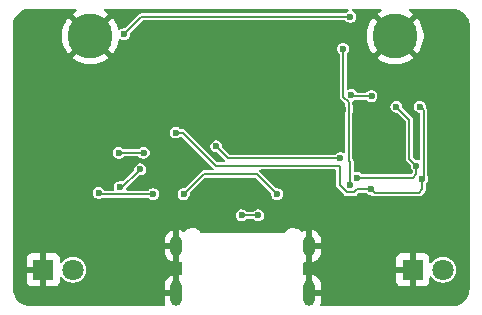
<source format=gbr>
%TF.GenerationSoftware,KiCad,Pcbnew,9.0.3*%
%TF.CreationDate,2025-07-29T21:31:59-06:00*%
%TF.ProjectId,AIOMeltyV3,41494f4d-656c-4747-9956-332e6b696361,rev?*%
%TF.SameCoordinates,Original*%
%TF.FileFunction,Copper,L2,Bot*%
%TF.FilePolarity,Positive*%
%FSLAX46Y46*%
G04 Gerber Fmt 4.6, Leading zero omitted, Abs format (unit mm)*
G04 Created by KiCad (PCBNEW 9.0.3) date 2025-07-29 21:31:59*
%MOMM*%
%LPD*%
G01*
G04 APERTURE LIST*
%TA.AperFunction,ComponentPad*%
%ADD10C,2.600000*%
%TD*%
%TA.AperFunction,ConnectorPad*%
%ADD11C,3.800000*%
%TD*%
%TA.AperFunction,ComponentPad*%
%ADD12R,1.800000X1.800000*%
%TD*%
%TA.AperFunction,ComponentPad*%
%ADD13C,1.800000*%
%TD*%
%TA.AperFunction,ComponentPad*%
%ADD14O,1.000000X2.200000*%
%TD*%
%TA.AperFunction,ComponentPad*%
%ADD15O,1.000000X1.800000*%
%TD*%
%TA.AperFunction,ViaPad*%
%ADD16C,0.600000*%
%TD*%
%TA.AperFunction,Conductor*%
%ADD17C,0.200000*%
%TD*%
G04 APERTURE END LIST*
D10*
%TO.P,REF\u002A\u002A,1*%
%TO.N,N/C*%
X166150000Y-92650000D03*
D11*
%TO.N,GND*%
X166150000Y-92650000D03*
%TD*%
D12*
%TO.P,D2,1,K*%
%TO.N,GND*%
X167650000Y-112450000D03*
D13*
%TO.P,D2,2,A*%
%TO.N,Net-(D2-A)*%
X170190000Y-112450000D03*
%TD*%
D12*
%TO.P,D1,1,K*%
%TO.N,GND*%
X136350000Y-112450000D03*
D13*
%TO.P,D1,2,A*%
%TO.N,Net-(D1-A)*%
X138890000Y-112450000D03*
%TD*%
D10*
%TO.P,REF\u002A\u002A,1*%
%TO.N,N/C*%
X140350000Y-92650000D03*
D11*
%TO.N,GND*%
X140350000Y-92650000D03*
%TD*%
D14*
%TO.P,J1,SH1,SHELL_GND*%
%TO.N,GND*%
X147630000Y-114437500D03*
D15*
%TO.P,J1,SH2,SHELL_GND*%
X158870000Y-110437500D03*
%TO.P,J1,SH3,SHELL_GND*%
X147630000Y-110437500D03*
D14*
%TO.P,J1,SH4,SHELL_GND*%
X158870000Y-114437500D03*
%TD*%
D16*
%TO.N,GND*%
X137000000Y-104000000D03*
X170150000Y-92050000D03*
%TO.N,+3V3*%
X143200000Y-92500000D03*
X162350000Y-91050000D03*
%TO.N,GND*%
X157000000Y-97500000D03*
X159000000Y-108500000D03*
X164500000Y-107000000D03*
X149350000Y-94050000D03*
X136050000Y-104350000D03*
X165650000Y-98050000D03*
X144500000Y-108500000D03*
X169850000Y-95350000D03*
X141000000Y-96000000D03*
X165150000Y-95550000D03*
X144950735Y-93149265D03*
X154000000Y-102000000D03*
X165050000Y-103050000D03*
X157750000Y-107750000D03*
X162500000Y-111500000D03*
X138000000Y-95000000D03*
X136950000Y-100350000D03*
X147350000Y-108550000D03*
X139000000Y-101500000D03*
X148950000Y-108250000D03*
X164000000Y-96000000D03*
X139650000Y-95350000D03*
X148000000Y-96500000D03*
X158500000Y-94500000D03*
X141950000Y-99350000D03*
X158500000Y-101000000D03*
X170650000Y-108050000D03*
X140950000Y-112250000D03*
X161650000Y-98850000D03*
X165500000Y-115000000D03*
X145000000Y-113000000D03*
X162000000Y-113000000D03*
X147500000Y-94500000D03*
X157500000Y-102000000D03*
X150750000Y-100450000D03*
X160050000Y-112150000D03*
X136350000Y-92550000D03*
X142850000Y-91650000D03*
X146650000Y-112050000D03*
X168350000Y-108050000D03*
X164000000Y-113000000D03*
X151000000Y-107000000D03*
X158350000Y-92550000D03*
X161250000Y-107250000D03*
X135500000Y-101000000D03*
X168000000Y-109000000D03*
X135000000Y-95500000D03*
X171500000Y-114000000D03*
X168650000Y-114950000D03*
X155750000Y-100450000D03*
X139500000Y-96500000D03*
X143500000Y-109500000D03*
X144750000Y-105150000D03*
X169400000Y-99400000D03*
X163250000Y-100250000D03*
X167500000Y-96000000D03*
X142500000Y-108500000D03*
X170650000Y-102950000D03*
X140500000Y-114000000D03*
X150000000Y-106300000D03*
X139550000Y-114650000D03*
X158500000Y-96500000D03*
%TO.N,+5V*%
X148250000Y-106050000D03*
X141050000Y-105950000D03*
X156150000Y-106050000D03*
X145650000Y-106050000D03*
%TO.N,SCL*%
X162950000Y-104650000D03*
X161500000Y-103000000D03*
X167950000Y-103650000D03*
X151000000Y-102000000D03*
X166250000Y-98650000D03*
%TO.N,USB1_P*%
X154550000Y-107850000D03*
X153150000Y-107850000D03*
%TO.N,SDA*%
X164120000Y-105650000D03*
X168250000Y-98650000D03*
X168450000Y-104750000D03*
X147557519Y-100833505D03*
%TO.N,Net-(U3-EN)*%
X162288018Y-105299999D03*
X161750000Y-93750000D03*
%TO.N,Power*%
X142850000Y-105450000D03*
X144575000Y-103950000D03*
%TO.N,PWM1*%
X144850000Y-102550000D03*
X142750000Y-102550000D03*
%TO.N,PWM2*%
X162450000Y-97650000D03*
X164150000Y-97750000D03*
%TD*%
D17*
%TO.N,+3V3*%
X144650000Y-91050000D02*
X162350000Y-91050000D01*
X143200000Y-92500000D02*
X144650000Y-91050000D01*
%TO.N,+5V*%
X156150000Y-106050000D02*
X154450000Y-104350000D01*
X149950000Y-104350000D02*
X148250000Y-106050000D01*
X145650000Y-106050000D02*
X141150000Y-106050000D01*
X141150000Y-106050000D02*
X141050000Y-105950000D01*
X154450000Y-104350000D02*
X149950000Y-104350000D01*
%TO.N,SCL*%
X162950000Y-104650000D02*
X167650000Y-104650000D01*
X152000000Y-103000000D02*
X151000000Y-102000000D01*
X166250000Y-98650000D02*
X167350000Y-99750000D01*
X167350000Y-99750000D02*
X167350000Y-103050000D01*
X167350000Y-103050000D02*
X167950000Y-103650000D01*
X167950000Y-104350000D02*
X167950000Y-103650000D01*
X161500000Y-103000000D02*
X152000000Y-103000000D01*
X167650000Y-104650000D02*
X167950000Y-104350000D01*
%TO.N,USB1_P*%
X153150000Y-107850000D02*
X154550000Y-107850000D01*
%TO.N,SDA*%
X148183448Y-100833505D02*
X150999943Y-103650000D01*
X147601000Y-100876986D02*
X147601000Y-100899000D01*
X168150000Y-105950000D02*
X164420000Y-105950000D01*
X168450000Y-104750000D02*
X168550000Y-104650000D01*
X162699999Y-105899999D02*
X162949998Y-105650000D01*
X147601000Y-100899000D02*
X147500000Y-101000000D01*
X168450000Y-104750000D02*
X168450000Y-105650000D01*
X162949998Y-105650000D02*
X164120000Y-105650000D01*
X168550000Y-98950000D02*
X168250000Y-98650000D01*
X150999943Y-103650000D02*
X161450000Y-103650000D01*
X147557519Y-100833505D02*
X148183448Y-100833505D01*
X161450000Y-105310510D02*
X162039489Y-105899999D01*
X161450000Y-103650000D02*
X161450000Y-105310510D01*
X168550000Y-104650000D02*
X168550000Y-98950000D01*
X147557519Y-100833505D02*
X147601000Y-100876986D01*
X162039489Y-105899999D02*
X162699999Y-105899999D01*
X164420000Y-105950000D02*
X164120000Y-105650000D01*
X168450000Y-105650000D02*
X168150000Y-105950000D01*
%TO.N,Net-(U3-EN)*%
X162234998Y-98586469D02*
X162234998Y-98283527D01*
X162288018Y-105299999D02*
X162350000Y-105238017D01*
X162250000Y-99098529D02*
X162250000Y-98601471D01*
X162350000Y-105238017D02*
X162350000Y-103350000D01*
X162234998Y-98283527D02*
X161750000Y-97798529D01*
X162250000Y-98601471D02*
X162234998Y-98586469D01*
X162234998Y-99113531D02*
X162250000Y-99098529D01*
X162234998Y-103234998D02*
X162234998Y-99113531D01*
X161750000Y-97798529D02*
X161750000Y-93750000D01*
X162350000Y-103350000D02*
X162234998Y-103234998D01*
%TO.N,Power*%
X144550000Y-103950000D02*
X144575000Y-103950000D01*
X144350000Y-104150000D02*
X144550000Y-103950000D01*
X142850000Y-105450000D02*
X143050000Y-105450000D01*
X143050000Y-105450000D02*
X144350000Y-104150000D01*
%TO.N,PWM1*%
X144850000Y-102550000D02*
X142750000Y-102550000D01*
%TO.N,PWM2*%
X162550000Y-97750000D02*
X162450000Y-97650000D01*
X164150000Y-97750000D02*
X162550000Y-97750000D01*
%TD*%
%TA.AperFunction,Conductor*%
%TO.N,GND*%
G36*
X170974505Y-90348359D02*
G01*
X170996737Y-90350053D01*
X171187969Y-90364625D01*
X171206576Y-90367477D01*
X171410480Y-90414818D01*
X171428441Y-90420455D01*
X171622832Y-90498145D01*
X171639733Y-90506440D01*
X171820103Y-90612676D01*
X171835551Y-90623435D01*
X171997748Y-90755772D01*
X172011390Y-90768748D01*
X172026374Y-90785345D01*
X172151663Y-90924124D01*
X172163189Y-90939027D01*
X172278300Y-91113853D01*
X172287435Y-91130330D01*
X172374732Y-91320577D01*
X172381266Y-91338246D01*
X172438737Y-91539528D01*
X172442518Y-91557985D01*
X172468318Y-91761596D01*
X172469302Y-91777294D01*
X172449565Y-113975745D01*
X172449500Y-113976753D01*
X172449500Y-114045572D01*
X172449184Y-114054419D01*
X172434869Y-114254557D01*
X172432351Y-114272068D01*
X172390646Y-114463787D01*
X172385662Y-114480763D01*
X172317090Y-114664609D01*
X172309740Y-114680701D01*
X172215711Y-114852904D01*
X172206146Y-114867789D01*
X172088558Y-115024867D01*
X172076972Y-115038237D01*
X171938237Y-115176972D01*
X171924867Y-115188558D01*
X171767789Y-115306146D01*
X171752904Y-115315711D01*
X171580701Y-115409740D01*
X171564609Y-115417090D01*
X171380763Y-115485662D01*
X171363787Y-115490646D01*
X171172068Y-115532351D01*
X171154556Y-115534869D01*
X170954483Y-115549178D01*
X170945518Y-115549494D01*
X159930138Y-115538966D01*
X159863118Y-115519217D01*
X159817413Y-115466370D01*
X159807536Y-115397202D01*
X159815696Y-115367512D01*
X159831571Y-115329185D01*
X159831572Y-115329181D01*
X159869999Y-115135995D01*
X159870000Y-115135992D01*
X159870000Y-114687500D01*
X159170000Y-114687500D01*
X159170000Y-114187500D01*
X159870000Y-114187500D01*
X159870000Y-113739008D01*
X159869999Y-113739004D01*
X159831572Y-113545818D01*
X159831569Y-113545806D01*
X159756192Y-113363828D01*
X159756185Y-113363815D01*
X159646751Y-113200037D01*
X159646748Y-113200033D01*
X159507466Y-113060751D01*
X159507462Y-113060748D01*
X159343684Y-112951314D01*
X159343671Y-112951307D01*
X159161691Y-112875929D01*
X159161683Y-112875927D01*
X159120000Y-112867635D01*
X159120000Y-113670511D01*
X159110060Y-113653295D01*
X159054205Y-113597440D01*
X158985796Y-113557944D01*
X158909496Y-113537500D01*
X158830504Y-113537500D01*
X158754204Y-113557944D01*
X158685795Y-113597440D01*
X158629940Y-113653295D01*
X158620000Y-113670511D01*
X158620000Y-112867636D01*
X158619999Y-112867635D01*
X158578316Y-112875927D01*
X158578308Y-112875929D01*
X158541952Y-112890989D01*
X158472483Y-112898458D01*
X158410004Y-112867183D01*
X158374352Y-112807094D01*
X158370500Y-112776428D01*
X158370500Y-111898571D01*
X158390185Y-111831532D01*
X158442989Y-111785777D01*
X158512147Y-111775833D01*
X158541954Y-111784010D01*
X158578312Y-111799070D01*
X158620000Y-111807362D01*
X158620000Y-111004488D01*
X158629940Y-111021705D01*
X158685795Y-111077560D01*
X158754204Y-111117056D01*
X158830504Y-111137500D01*
X158909496Y-111137500D01*
X158985796Y-111117056D01*
X159054205Y-111077560D01*
X159110060Y-111021705D01*
X159120000Y-111004488D01*
X159120000Y-111807362D01*
X159161690Y-111799069D01*
X159161692Y-111799069D01*
X159343671Y-111723692D01*
X159343684Y-111723685D01*
X159507462Y-111614251D01*
X159507466Y-111614248D01*
X159619559Y-111502155D01*
X166250000Y-111502155D01*
X166250000Y-112200000D01*
X167274722Y-112200000D01*
X167230667Y-112276306D01*
X167200000Y-112390756D01*
X167200000Y-112509244D01*
X167230667Y-112623694D01*
X167274722Y-112700000D01*
X166250000Y-112700000D01*
X166250000Y-113397844D01*
X166256401Y-113457372D01*
X166256403Y-113457379D01*
X166306645Y-113592086D01*
X166306649Y-113592093D01*
X166392809Y-113707187D01*
X166392812Y-113707190D01*
X166507906Y-113793350D01*
X166507913Y-113793354D01*
X166642620Y-113843596D01*
X166642627Y-113843598D01*
X166702155Y-113849999D01*
X166702172Y-113850000D01*
X167400000Y-113850000D01*
X167400000Y-112825277D01*
X167476306Y-112869333D01*
X167590756Y-112900000D01*
X167709244Y-112900000D01*
X167823694Y-112869333D01*
X167900000Y-112825277D01*
X167900000Y-113850000D01*
X168597828Y-113850000D01*
X168597844Y-113849999D01*
X168657372Y-113843598D01*
X168657379Y-113843596D01*
X168792086Y-113793354D01*
X168792093Y-113793350D01*
X168907187Y-113707190D01*
X168907190Y-113707187D01*
X168993350Y-113592093D01*
X168993354Y-113592086D01*
X169043596Y-113457379D01*
X169043598Y-113457372D01*
X169049999Y-113397844D01*
X169050000Y-113397827D01*
X169050000Y-113134840D01*
X169069685Y-113067801D01*
X169122489Y-113022046D01*
X169191647Y-113012102D01*
X169255203Y-113041127D01*
X169274316Y-113061952D01*
X169350586Y-113166928D01*
X169473072Y-113289414D01*
X169613212Y-113391232D01*
X169767555Y-113469873D01*
X169932299Y-113523402D01*
X170103389Y-113550500D01*
X170103390Y-113550500D01*
X170276610Y-113550500D01*
X170276611Y-113550500D01*
X170447701Y-113523402D01*
X170612445Y-113469873D01*
X170766788Y-113391232D01*
X170906928Y-113289414D01*
X171029414Y-113166928D01*
X171131232Y-113026788D01*
X171209873Y-112872445D01*
X171263402Y-112707701D01*
X171290500Y-112536611D01*
X171290500Y-112363389D01*
X171263402Y-112192299D01*
X171209873Y-112027555D01*
X171131232Y-111873212D01*
X171029414Y-111733072D01*
X170906928Y-111610586D01*
X170766788Y-111508768D01*
X170612445Y-111430127D01*
X170447701Y-111376598D01*
X170447699Y-111376597D01*
X170447698Y-111376597D01*
X170316271Y-111355781D01*
X170276611Y-111349500D01*
X170103389Y-111349500D01*
X170063728Y-111355781D01*
X169932302Y-111376597D01*
X169767552Y-111430128D01*
X169613211Y-111508768D01*
X169533256Y-111566859D01*
X169473072Y-111610586D01*
X169473070Y-111610588D01*
X169473069Y-111610588D01*
X169350587Y-111733070D01*
X169274318Y-111838045D01*
X169218987Y-111880711D01*
X169149374Y-111886689D01*
X169087579Y-111854083D01*
X169053222Y-111793244D01*
X169050000Y-111765159D01*
X169050000Y-111502172D01*
X169049999Y-111502155D01*
X169043598Y-111442627D01*
X169043596Y-111442620D01*
X168993354Y-111307913D01*
X168993350Y-111307906D01*
X168907190Y-111192812D01*
X168907187Y-111192809D01*
X168792093Y-111106649D01*
X168792086Y-111106645D01*
X168657379Y-111056403D01*
X168657372Y-111056401D01*
X168597844Y-111050000D01*
X167900000Y-111050000D01*
X167900000Y-112074722D01*
X167823694Y-112030667D01*
X167709244Y-112000000D01*
X167590756Y-112000000D01*
X167476306Y-112030667D01*
X167400000Y-112074722D01*
X167400000Y-111050000D01*
X166702155Y-111050000D01*
X166642627Y-111056401D01*
X166642620Y-111056403D01*
X166507913Y-111106645D01*
X166507906Y-111106649D01*
X166392812Y-111192809D01*
X166392809Y-111192812D01*
X166306649Y-111307906D01*
X166306645Y-111307913D01*
X166256403Y-111442620D01*
X166256401Y-111442627D01*
X166250000Y-111502155D01*
X159619559Y-111502155D01*
X159646748Y-111474966D01*
X159676822Y-111429959D01*
X159676823Y-111429957D01*
X159756185Y-111311184D01*
X159756192Y-111311171D01*
X159831569Y-111129193D01*
X159831572Y-111129181D01*
X159869999Y-110935995D01*
X159870000Y-110935992D01*
X159870000Y-110687500D01*
X159170000Y-110687500D01*
X159170000Y-110187500D01*
X159870000Y-110187500D01*
X159870000Y-109939008D01*
X159869999Y-109939004D01*
X159831572Y-109745818D01*
X159831569Y-109745806D01*
X159756192Y-109563828D01*
X159756185Y-109563815D01*
X159646751Y-109400037D01*
X159646748Y-109400033D01*
X159507466Y-109260751D01*
X159507462Y-109260748D01*
X159343684Y-109151314D01*
X159343671Y-109151307D01*
X159161691Y-109075929D01*
X159161683Y-109075927D01*
X159120000Y-109067635D01*
X159120000Y-109870511D01*
X159110060Y-109853295D01*
X159054205Y-109797440D01*
X158985796Y-109757944D01*
X158909496Y-109737500D01*
X158830504Y-109737500D01*
X158754204Y-109757944D01*
X158685795Y-109797440D01*
X158629940Y-109853295D01*
X158620000Y-109870511D01*
X158620000Y-109067636D01*
X158619999Y-109067635D01*
X158578316Y-109075927D01*
X158578308Y-109075929D01*
X158396328Y-109151307D01*
X158396315Y-109151314D01*
X158295271Y-109218831D01*
X158228594Y-109239709D01*
X158161214Y-109221225D01*
X158138699Y-109203410D01*
X158062162Y-109126873D01*
X157922860Y-109033795D01*
X157768082Y-108969684D01*
X157768074Y-108969682D01*
X157603771Y-108937000D01*
X157603767Y-108937000D01*
X157530735Y-108937000D01*
X157526461Y-108936926D01*
X157459421Y-108934614D01*
X157459416Y-108934614D01*
X157305709Y-108959715D01*
X157305703Y-108959717D01*
X157159845Y-109014325D01*
X157027440Y-109096340D01*
X157027437Y-109096342D01*
X156913582Y-109202607D01*
X156913578Y-109202610D01*
X156854032Y-109285403D01*
X156798907Y-109328334D01*
X156753365Y-109337000D01*
X149746635Y-109337000D01*
X149679596Y-109317315D01*
X149645968Y-109285403D01*
X149628235Y-109260748D01*
X149586421Y-109202610D01*
X149472560Y-109096340D01*
X149340154Y-109014325D01*
X149194296Y-108959717D01*
X149194290Y-108959715D01*
X149040583Y-108934614D01*
X149040578Y-108934614D01*
X148973539Y-108936926D01*
X148969265Y-108937000D01*
X148896228Y-108937000D01*
X148731925Y-108969682D01*
X148731917Y-108969684D01*
X148577139Y-109033795D01*
X148437837Y-109126873D01*
X148437834Y-109126876D01*
X148361301Y-109203410D01*
X148299978Y-109236895D01*
X148230286Y-109231911D01*
X148204729Y-109218831D01*
X148103684Y-109151314D01*
X148103671Y-109151307D01*
X147921691Y-109075929D01*
X147921683Y-109075927D01*
X147880000Y-109067635D01*
X147880000Y-109870511D01*
X147870060Y-109853295D01*
X147814205Y-109797440D01*
X147745796Y-109757944D01*
X147669496Y-109737500D01*
X147590504Y-109737500D01*
X147514204Y-109757944D01*
X147445795Y-109797440D01*
X147389940Y-109853295D01*
X147380000Y-109870511D01*
X147380000Y-109067636D01*
X147379999Y-109067635D01*
X147338316Y-109075927D01*
X147338308Y-109075929D01*
X147156328Y-109151307D01*
X147156315Y-109151314D01*
X146992537Y-109260748D01*
X146992533Y-109260751D01*
X146853251Y-109400033D01*
X146853248Y-109400037D01*
X146743814Y-109563815D01*
X146743807Y-109563828D01*
X146668430Y-109745806D01*
X146668427Y-109745818D01*
X146630000Y-109939004D01*
X146630000Y-110187500D01*
X147330000Y-110187500D01*
X147330000Y-110687500D01*
X146630000Y-110687500D01*
X146630000Y-110935995D01*
X146668427Y-111129181D01*
X146668430Y-111129193D01*
X146743807Y-111311171D01*
X146743814Y-111311184D01*
X146853248Y-111474962D01*
X146853251Y-111474966D01*
X146992533Y-111614248D01*
X146992537Y-111614251D01*
X147156315Y-111723685D01*
X147156328Y-111723692D01*
X147338308Y-111799069D01*
X147380000Y-111807362D01*
X147380000Y-111004488D01*
X147389940Y-111021705D01*
X147445795Y-111077560D01*
X147514204Y-111117056D01*
X147590504Y-111137500D01*
X147669496Y-111137500D01*
X147745796Y-111117056D01*
X147814205Y-111077560D01*
X147870060Y-111021705D01*
X147880000Y-111004488D01*
X147880000Y-111807362D01*
X147921687Y-111799070D01*
X147958046Y-111784010D01*
X148027516Y-111776541D01*
X148089995Y-111807815D01*
X148125648Y-111867904D01*
X148129500Y-111898571D01*
X148129500Y-112776428D01*
X148109815Y-112843467D01*
X148057011Y-112889222D01*
X147987853Y-112899166D01*
X147958048Y-112890989D01*
X147921691Y-112875929D01*
X147921683Y-112875927D01*
X147880000Y-112867635D01*
X147880000Y-113670511D01*
X147870060Y-113653295D01*
X147814205Y-113597440D01*
X147745796Y-113557944D01*
X147669496Y-113537500D01*
X147590504Y-113537500D01*
X147514204Y-113557944D01*
X147445795Y-113597440D01*
X147389940Y-113653295D01*
X147380000Y-113670511D01*
X147380000Y-112867636D01*
X147379999Y-112867635D01*
X147338316Y-112875927D01*
X147338308Y-112875929D01*
X147156328Y-112951307D01*
X147156315Y-112951314D01*
X146992537Y-113060748D01*
X146992533Y-113060751D01*
X146853251Y-113200033D01*
X146853248Y-113200037D01*
X146743814Y-113363815D01*
X146743807Y-113363828D01*
X146668430Y-113545806D01*
X146668427Y-113545818D01*
X146630000Y-113739004D01*
X146630000Y-114187500D01*
X147330000Y-114187500D01*
X147330000Y-114687500D01*
X146630000Y-114687500D01*
X146630000Y-115135995D01*
X146668427Y-115329181D01*
X146668429Y-115329188D01*
X146684283Y-115367465D01*
X146691750Y-115436935D01*
X146660475Y-115499413D01*
X146600385Y-115535065D01*
X146569836Y-115538916D01*
X135228705Y-115549473D01*
X135213008Y-115548490D01*
X135008866Y-115522632D01*
X134990414Y-115518853D01*
X134789130Y-115461391D01*
X134771469Y-115454861D01*
X134581219Y-115367570D01*
X134564742Y-115358435D01*
X134389920Y-115243334D01*
X134375016Y-115231808D01*
X134219646Y-115091547D01*
X134206661Y-115077897D01*
X134074330Y-114915712D01*
X134063563Y-114900252D01*
X134044442Y-114867789D01*
X133957332Y-114719895D01*
X133949038Y-114702995D01*
X133871349Y-114508606D01*
X133865713Y-114490650D01*
X133818374Y-114286750D01*
X133815522Y-114268141D01*
X133799265Y-114054773D01*
X133798907Y-114045558D01*
X133798907Y-113984108D01*
X133798805Y-113983729D01*
X133794983Y-111502155D01*
X134950000Y-111502155D01*
X134950000Y-112200000D01*
X135974722Y-112200000D01*
X135930667Y-112276306D01*
X135900000Y-112390756D01*
X135900000Y-112509244D01*
X135930667Y-112623694D01*
X135974722Y-112700000D01*
X134950000Y-112700000D01*
X134950000Y-113397844D01*
X134956401Y-113457372D01*
X134956403Y-113457379D01*
X135006645Y-113592086D01*
X135006649Y-113592093D01*
X135092809Y-113707187D01*
X135092812Y-113707190D01*
X135207906Y-113793350D01*
X135207913Y-113793354D01*
X135342620Y-113843596D01*
X135342627Y-113843598D01*
X135402155Y-113849999D01*
X135402172Y-113850000D01*
X136100000Y-113850000D01*
X136100000Y-112825277D01*
X136176306Y-112869333D01*
X136290756Y-112900000D01*
X136409244Y-112900000D01*
X136523694Y-112869333D01*
X136600000Y-112825277D01*
X136600000Y-113850000D01*
X137297828Y-113850000D01*
X137297844Y-113849999D01*
X137357372Y-113843598D01*
X137357379Y-113843596D01*
X137492086Y-113793354D01*
X137492093Y-113793350D01*
X137607187Y-113707190D01*
X137643559Y-113658605D01*
X137643560Y-113658603D01*
X137693350Y-113592093D01*
X137693354Y-113592086D01*
X137743596Y-113457379D01*
X137743598Y-113457372D01*
X137749999Y-113397844D01*
X137750000Y-113397827D01*
X137750000Y-113134840D01*
X137769685Y-113067801D01*
X137822489Y-113022046D01*
X137891647Y-113012102D01*
X137955203Y-113041127D01*
X137974316Y-113061952D01*
X138050586Y-113166928D01*
X138173072Y-113289414D01*
X138313212Y-113391232D01*
X138467555Y-113469873D01*
X138632299Y-113523402D01*
X138803389Y-113550500D01*
X138803390Y-113550500D01*
X138976610Y-113550500D01*
X138976611Y-113550500D01*
X139147701Y-113523402D01*
X139312445Y-113469873D01*
X139466788Y-113391232D01*
X139606928Y-113289414D01*
X139729414Y-113166928D01*
X139831232Y-113026788D01*
X139909873Y-112872445D01*
X139963402Y-112707701D01*
X139990500Y-112536611D01*
X139990500Y-112363389D01*
X139963402Y-112192299D01*
X139909873Y-112027555D01*
X139831232Y-111873212D01*
X139729414Y-111733072D01*
X139606928Y-111610586D01*
X139466788Y-111508768D01*
X139312445Y-111430127D01*
X139147701Y-111376598D01*
X139147699Y-111376597D01*
X139147698Y-111376597D01*
X139016271Y-111355781D01*
X138976611Y-111349500D01*
X138803389Y-111349500D01*
X138763728Y-111355781D01*
X138632302Y-111376597D01*
X138467552Y-111430128D01*
X138313211Y-111508768D01*
X138233256Y-111566859D01*
X138173072Y-111610586D01*
X138173070Y-111610588D01*
X138173069Y-111610588D01*
X138050587Y-111733070D01*
X137974318Y-111838045D01*
X137918987Y-111880711D01*
X137849374Y-111886689D01*
X137787579Y-111854083D01*
X137753222Y-111793244D01*
X137750000Y-111765159D01*
X137750000Y-111502172D01*
X137749999Y-111502155D01*
X137743598Y-111442627D01*
X137743596Y-111442620D01*
X137693354Y-111307913D01*
X137693350Y-111307906D01*
X137607190Y-111192812D01*
X137607187Y-111192809D01*
X137492093Y-111106649D01*
X137492086Y-111106645D01*
X137357379Y-111056403D01*
X137357372Y-111056401D01*
X137297844Y-111050000D01*
X136600000Y-111050000D01*
X136600000Y-112074722D01*
X136523694Y-112030667D01*
X136409244Y-112000000D01*
X136290756Y-112000000D01*
X136176306Y-112030667D01*
X136100000Y-112074722D01*
X136100000Y-111050000D01*
X135402155Y-111050000D01*
X135342627Y-111056401D01*
X135342620Y-111056403D01*
X135207913Y-111106645D01*
X135207906Y-111106649D01*
X135092812Y-111192809D01*
X135092809Y-111192812D01*
X135006649Y-111307906D01*
X135006645Y-111307913D01*
X134956403Y-111442620D01*
X134956401Y-111442627D01*
X134950000Y-111502155D01*
X133794983Y-111502155D01*
X133789256Y-107784108D01*
X152649500Y-107784108D01*
X152649500Y-107915891D01*
X152683608Y-108043187D01*
X152716554Y-108100250D01*
X152749500Y-108157314D01*
X152842686Y-108250500D01*
X152956814Y-108316392D01*
X153084108Y-108350500D01*
X153084110Y-108350500D01*
X153215890Y-108350500D01*
X153215892Y-108350500D01*
X153343186Y-108316392D01*
X153457314Y-108250500D01*
X153520995Y-108186819D01*
X153582318Y-108153334D01*
X153608676Y-108150500D01*
X154091324Y-108150500D01*
X154158363Y-108170185D01*
X154179005Y-108186819D01*
X154242686Y-108250500D01*
X154356814Y-108316392D01*
X154484108Y-108350500D01*
X154484110Y-108350500D01*
X154615890Y-108350500D01*
X154615892Y-108350500D01*
X154743186Y-108316392D01*
X154857314Y-108250500D01*
X154950500Y-108157314D01*
X155016392Y-108043186D01*
X155050500Y-107915892D01*
X155050500Y-107784108D01*
X155016392Y-107656814D01*
X154950500Y-107542686D01*
X154857314Y-107449500D01*
X154800250Y-107416554D01*
X154743187Y-107383608D01*
X154679539Y-107366554D01*
X154615892Y-107349500D01*
X154484108Y-107349500D01*
X154356812Y-107383608D01*
X154242686Y-107449500D01*
X154242683Y-107449502D01*
X154179005Y-107513181D01*
X154117682Y-107546666D01*
X154091324Y-107549500D01*
X153608676Y-107549500D01*
X153541637Y-107529815D01*
X153520995Y-107513181D01*
X153457316Y-107449502D01*
X153457314Y-107449500D01*
X153400250Y-107416554D01*
X153343187Y-107383608D01*
X153279539Y-107366554D01*
X153215892Y-107349500D01*
X153084108Y-107349500D01*
X152956812Y-107383608D01*
X152842686Y-107449500D01*
X152842683Y-107449502D01*
X152749502Y-107542683D01*
X152749500Y-107542686D01*
X152683608Y-107656812D01*
X152649500Y-107784108D01*
X133789256Y-107784108D01*
X133786330Y-105884108D01*
X140549500Y-105884108D01*
X140549500Y-106015892D01*
X140552164Y-106025833D01*
X140583608Y-106143187D01*
X140610902Y-106190460D01*
X140649500Y-106257314D01*
X140742686Y-106350500D01*
X140841521Y-106407563D01*
X140856810Y-106416390D01*
X140856814Y-106416392D01*
X140984108Y-106450500D01*
X140984110Y-106450500D01*
X141115890Y-106450500D01*
X141115892Y-106450500D01*
X141243186Y-106416392D01*
X141328540Y-106367113D01*
X141390540Y-106350500D01*
X145191324Y-106350500D01*
X145258363Y-106370185D01*
X145279005Y-106386819D01*
X145342686Y-106450500D01*
X145456814Y-106516392D01*
X145584108Y-106550500D01*
X145584110Y-106550500D01*
X145715890Y-106550500D01*
X145715892Y-106550500D01*
X145843186Y-106516392D01*
X145957314Y-106450500D01*
X146050500Y-106357314D01*
X146116392Y-106243186D01*
X146150500Y-106115892D01*
X146150500Y-105984108D01*
X146116392Y-105856814D01*
X146050500Y-105742686D01*
X145957314Y-105649500D01*
X145894408Y-105613181D01*
X145843187Y-105583608D01*
X145761976Y-105561848D01*
X145715892Y-105549500D01*
X145584108Y-105549500D01*
X145456812Y-105583608D01*
X145342686Y-105649500D01*
X145342683Y-105649502D01*
X145279005Y-105713181D01*
X145217682Y-105746666D01*
X145191324Y-105749500D01*
X143474832Y-105749500D01*
X143407793Y-105729815D01*
X143362038Y-105677011D01*
X143352094Y-105607853D01*
X143381119Y-105544297D01*
X143387151Y-105537819D01*
X144438151Y-104486819D01*
X144499474Y-104453334D01*
X144525832Y-104450500D01*
X144640890Y-104450500D01*
X144640892Y-104450500D01*
X144768186Y-104416392D01*
X144882314Y-104350500D01*
X144975500Y-104257314D01*
X145041392Y-104143186D01*
X145075500Y-104015892D01*
X145075500Y-103884108D01*
X145041392Y-103756814D01*
X144975500Y-103642686D01*
X144882314Y-103549500D01*
X144803546Y-103504023D01*
X144768187Y-103483608D01*
X144703934Y-103466392D01*
X144640892Y-103449500D01*
X144509108Y-103449500D01*
X144381812Y-103483608D01*
X144267686Y-103549500D01*
X144267683Y-103549502D01*
X144174502Y-103642683D01*
X144174500Y-103642686D01*
X144108608Y-103756812D01*
X144074500Y-103884108D01*
X144074500Y-103949166D01*
X144054815Y-104016205D01*
X144038181Y-104036847D01*
X143131849Y-104943178D01*
X143070526Y-104976663D01*
X143012075Y-104975272D01*
X142993090Y-104970185D01*
X142915892Y-104949500D01*
X142784108Y-104949500D01*
X142656812Y-104983608D01*
X142542686Y-105049500D01*
X142542683Y-105049502D01*
X142449502Y-105142683D01*
X142449500Y-105142686D01*
X142383608Y-105256812D01*
X142349500Y-105384108D01*
X142349500Y-105515891D01*
X142370270Y-105593407D01*
X142368607Y-105663257D01*
X142329444Y-105721119D01*
X142265216Y-105748623D01*
X142250495Y-105749500D01*
X141583760Y-105749500D01*
X141516721Y-105729815D01*
X141476373Y-105687500D01*
X141450500Y-105642686D01*
X141357314Y-105549500D01*
X141294408Y-105513181D01*
X141243187Y-105483608D01*
X141143188Y-105456814D01*
X141115892Y-105449500D01*
X140984108Y-105449500D01*
X140856812Y-105483608D01*
X140742686Y-105549500D01*
X140742683Y-105549502D01*
X140649502Y-105642683D01*
X140649500Y-105642686D01*
X140583608Y-105756812D01*
X140569480Y-105809540D01*
X140549500Y-105884108D01*
X133786330Y-105884108D01*
X133781093Y-102484108D01*
X142249500Y-102484108D01*
X142249500Y-102615891D01*
X142283608Y-102743187D01*
X142316554Y-102800250D01*
X142349500Y-102857314D01*
X142442686Y-102950500D01*
X142556814Y-103016392D01*
X142684108Y-103050500D01*
X142684110Y-103050500D01*
X142815890Y-103050500D01*
X142815892Y-103050500D01*
X142943186Y-103016392D01*
X143057314Y-102950500D01*
X143120995Y-102886819D01*
X143182318Y-102853334D01*
X143208676Y-102850500D01*
X144391324Y-102850500D01*
X144458363Y-102870185D01*
X144479005Y-102886819D01*
X144542686Y-102950500D01*
X144656814Y-103016392D01*
X144784108Y-103050500D01*
X144784110Y-103050500D01*
X144915890Y-103050500D01*
X144915892Y-103050500D01*
X145043186Y-103016392D01*
X145157314Y-102950500D01*
X145250500Y-102857314D01*
X145316392Y-102743186D01*
X145350500Y-102615892D01*
X145350500Y-102484108D01*
X145316392Y-102356814D01*
X145250500Y-102242686D01*
X145157314Y-102149500D01*
X145092099Y-102111848D01*
X145043187Y-102083608D01*
X144977065Y-102065891D01*
X144915892Y-102049500D01*
X144784108Y-102049500D01*
X144656812Y-102083608D01*
X144542686Y-102149500D01*
X144542683Y-102149502D01*
X144479005Y-102213181D01*
X144417682Y-102246666D01*
X144391324Y-102249500D01*
X143208676Y-102249500D01*
X143141637Y-102229815D01*
X143120995Y-102213181D01*
X143057316Y-102149502D01*
X143057314Y-102149500D01*
X142992099Y-102111848D01*
X142943187Y-102083608D01*
X142877065Y-102065891D01*
X142815892Y-102049500D01*
X142684108Y-102049500D01*
X142556812Y-102083608D01*
X142442686Y-102149500D01*
X142442683Y-102149502D01*
X142349502Y-102242683D01*
X142349500Y-102242686D01*
X142283608Y-102356812D01*
X142249500Y-102484108D01*
X133781093Y-102484108D01*
X133778449Y-100767613D01*
X147057019Y-100767613D01*
X147057019Y-100899396D01*
X147091127Y-101026692D01*
X147124073Y-101083755D01*
X147157019Y-101140819D01*
X147250205Y-101234005D01*
X147364333Y-101299897D01*
X147491627Y-101334005D01*
X147491629Y-101334005D01*
X147623409Y-101334005D01*
X147623411Y-101334005D01*
X147750705Y-101299897D01*
X147864833Y-101234005D01*
X147924224Y-101174614D01*
X147985547Y-101141129D01*
X148055239Y-101146113D01*
X148099586Y-101174614D01*
X150762791Y-103837819D01*
X150796276Y-103899142D01*
X150791292Y-103968834D01*
X150749420Y-104024767D01*
X150683956Y-104049184D01*
X150675110Y-104049500D01*
X149910438Y-104049500D01*
X149843039Y-104067559D01*
X149834007Y-104069980D01*
X149774069Y-104104586D01*
X149765492Y-104109537D01*
X149765487Y-104109541D01*
X148361847Y-105513181D01*
X148300524Y-105546666D01*
X148274166Y-105549500D01*
X148184108Y-105549500D01*
X148056812Y-105583608D01*
X147942686Y-105649500D01*
X147942683Y-105649502D01*
X147849502Y-105742683D01*
X147849500Y-105742686D01*
X147783608Y-105856812D01*
X147749500Y-105984108D01*
X147749500Y-106115891D01*
X147783608Y-106243187D01*
X147791766Y-106257316D01*
X147849500Y-106357314D01*
X147942686Y-106450500D01*
X148056814Y-106516392D01*
X148184108Y-106550500D01*
X148184110Y-106550500D01*
X148315890Y-106550500D01*
X148315892Y-106550500D01*
X148443186Y-106516392D01*
X148557314Y-106450500D01*
X148650500Y-106357314D01*
X148716392Y-106243186D01*
X148750500Y-106115892D01*
X148750500Y-106025832D01*
X148770185Y-105958793D01*
X148786819Y-105938151D01*
X149411790Y-105313181D01*
X150038152Y-104686819D01*
X150099475Y-104653334D01*
X150125833Y-104650500D01*
X154274167Y-104650500D01*
X154341206Y-104670185D01*
X154361848Y-104686819D01*
X155613181Y-105938152D01*
X155646666Y-105999475D01*
X155649500Y-106025833D01*
X155649500Y-106115891D01*
X155683608Y-106243187D01*
X155691766Y-106257316D01*
X155749500Y-106357314D01*
X155842686Y-106450500D01*
X155956814Y-106516392D01*
X156084108Y-106550500D01*
X156084110Y-106550500D01*
X156215890Y-106550500D01*
X156215892Y-106550500D01*
X156343186Y-106516392D01*
X156457314Y-106450500D01*
X156550500Y-106357314D01*
X156616392Y-106243186D01*
X156650500Y-106115892D01*
X156650500Y-105984108D01*
X156616392Y-105856814D01*
X156550500Y-105742686D01*
X156457314Y-105649500D01*
X156394408Y-105613181D01*
X156343187Y-105583608D01*
X156261976Y-105561848D01*
X156215892Y-105549500D01*
X156125833Y-105549500D01*
X156058794Y-105529815D01*
X156038152Y-105513181D01*
X154687152Y-104162181D01*
X154653667Y-104100858D01*
X154658651Y-104031166D01*
X154700523Y-103975233D01*
X154765987Y-103950816D01*
X154774833Y-103950500D01*
X161025500Y-103950500D01*
X161092539Y-103970185D01*
X161138294Y-104022989D01*
X161149500Y-104074500D01*
X161149500Y-105350072D01*
X161169979Y-105426499D01*
X161202951Y-105483608D01*
X161202954Y-105483613D01*
X161209540Y-105495021D01*
X161209541Y-105495023D01*
X161524058Y-105809539D01*
X161799029Y-106084510D01*
X161854978Y-106140459D01*
X161854980Y-106140460D01*
X161854984Y-106140463D01*
X161906465Y-106170185D01*
X161923500Y-106180020D01*
X161999927Y-106200499D01*
X161999929Y-106200499D01*
X162739559Y-106200499D01*
X162739561Y-106200499D01*
X162815988Y-106180020D01*
X162884510Y-106140459D01*
X162940459Y-106084510D01*
X163038150Y-105986819D01*
X163099473Y-105953334D01*
X163125831Y-105950500D01*
X163661324Y-105950500D01*
X163728363Y-105970185D01*
X163749005Y-105986819D01*
X163812686Y-106050500D01*
X163911521Y-106107563D01*
X163925944Y-106115890D01*
X163926814Y-106116392D01*
X164054108Y-106150500D01*
X164054110Y-106150500D01*
X164144167Y-106150500D01*
X164211206Y-106170185D01*
X164231848Y-106186819D01*
X164235489Y-106190460D01*
X164235491Y-106190461D01*
X164235495Y-106190464D01*
X164304004Y-106230017D01*
X164304011Y-106230021D01*
X164380438Y-106250500D01*
X164380440Y-106250500D01*
X168189560Y-106250500D01*
X168189562Y-106250500D01*
X168265989Y-106230021D01*
X168334511Y-106190460D01*
X168390460Y-106134511D01*
X168690460Y-105834511D01*
X168704877Y-105809540D01*
X168730021Y-105765989D01*
X168750500Y-105689562D01*
X168750500Y-105208676D01*
X168770185Y-105141637D01*
X168786819Y-105120995D01*
X168815667Y-105092147D01*
X168850500Y-105057314D01*
X168916392Y-104943186D01*
X168950500Y-104815892D01*
X168950500Y-104684108D01*
X168916392Y-104556814D01*
X168875980Y-104486819D01*
X168867113Y-104471460D01*
X168850500Y-104409460D01*
X168850500Y-98910439D01*
X168850500Y-98910438D01*
X168830021Y-98834011D01*
X168830017Y-98834004D01*
X168790464Y-98765495D01*
X168790458Y-98765487D01*
X168786819Y-98761848D01*
X168753334Y-98700525D01*
X168750500Y-98674167D01*
X168750500Y-98584110D01*
X168750500Y-98584108D01*
X168716392Y-98456814D01*
X168713376Y-98451591D01*
X168688208Y-98407998D01*
X168650500Y-98342686D01*
X168557314Y-98249500D01*
X168499968Y-98216391D01*
X168443187Y-98183608D01*
X168379539Y-98166554D01*
X168315892Y-98149500D01*
X168184108Y-98149500D01*
X168056812Y-98183608D01*
X167942686Y-98249500D01*
X167942683Y-98249502D01*
X167849502Y-98342683D01*
X167849500Y-98342686D01*
X167783608Y-98456812D01*
X167774824Y-98489595D01*
X167749500Y-98584108D01*
X167749500Y-98715892D01*
X167761814Y-98761848D01*
X167783608Y-98843187D01*
X167816554Y-98900250D01*
X167849500Y-98957314D01*
X167942686Y-99050500D01*
X168056814Y-99116392D01*
X168157594Y-99143395D01*
X168217254Y-99179760D01*
X168247783Y-99242607D01*
X168249500Y-99263170D01*
X168249500Y-103050495D01*
X168244789Y-103066536D01*
X168245095Y-103083251D01*
X168235149Y-103099366D01*
X168229815Y-103117534D01*
X168217181Y-103128480D01*
X168208401Y-103142709D01*
X168191320Y-103150889D01*
X168177011Y-103163289D01*
X168159990Y-103165895D01*
X168145386Y-103172890D01*
X168122005Y-103171711D01*
X168110097Y-103173535D01*
X168101643Y-103172476D01*
X168015892Y-103149500D01*
X167918099Y-103149500D01*
X167910430Y-103148540D01*
X167885191Y-103137566D01*
X167858794Y-103129815D01*
X167848750Y-103121721D01*
X167846355Y-103120680D01*
X167845065Y-103118752D01*
X167838152Y-103113181D01*
X167686819Y-102961848D01*
X167653334Y-102900525D01*
X167650500Y-102874167D01*
X167650500Y-99710439D01*
X167630020Y-99634009D01*
X167630017Y-99634004D01*
X167590464Y-99565495D01*
X167590458Y-99565487D01*
X166786819Y-98761848D01*
X166753334Y-98700525D01*
X166750500Y-98674167D01*
X166750500Y-98584110D01*
X166750500Y-98584108D01*
X166716392Y-98456814D01*
X166713376Y-98451591D01*
X166688208Y-98407998D01*
X166650500Y-98342686D01*
X166557314Y-98249500D01*
X166499968Y-98216391D01*
X166443187Y-98183608D01*
X166379539Y-98166554D01*
X166315892Y-98149500D01*
X166184108Y-98149500D01*
X166056812Y-98183608D01*
X165942686Y-98249500D01*
X165942683Y-98249502D01*
X165849502Y-98342683D01*
X165849500Y-98342686D01*
X165783608Y-98456812D01*
X165774824Y-98489595D01*
X165749500Y-98584108D01*
X165749500Y-98715892D01*
X165761814Y-98761848D01*
X165783608Y-98843187D01*
X165816554Y-98900250D01*
X165849500Y-98957314D01*
X165942686Y-99050500D01*
X166056814Y-99116392D01*
X166184108Y-99150500D01*
X166184110Y-99150500D01*
X166274167Y-99150500D01*
X166341206Y-99170185D01*
X166361848Y-99186819D01*
X167013181Y-99838152D01*
X167046666Y-99899475D01*
X167049500Y-99925833D01*
X167049500Y-103089562D01*
X167069979Y-103165989D01*
X167073963Y-103172890D01*
X167080671Y-103184507D01*
X167080672Y-103184511D01*
X167080673Y-103184511D01*
X167109539Y-103234509D01*
X167109541Y-103234512D01*
X167413181Y-103538152D01*
X167446666Y-103599475D01*
X167449500Y-103625833D01*
X167449500Y-103715891D01*
X167483608Y-103843187D01*
X167510902Y-103890460D01*
X167549500Y-103957314D01*
X167549502Y-103957316D01*
X167613181Y-104020995D01*
X167627884Y-104047922D01*
X167644477Y-104073741D01*
X167645368Y-104079941D01*
X167646666Y-104082318D01*
X167649500Y-104108676D01*
X167649500Y-104174167D01*
X167629815Y-104241206D01*
X167613181Y-104261848D01*
X167561848Y-104313181D01*
X167500525Y-104346666D01*
X167474167Y-104349500D01*
X163408676Y-104349500D01*
X163341637Y-104329815D01*
X163320995Y-104313181D01*
X163257316Y-104249502D01*
X163257314Y-104249500D01*
X163200250Y-104216554D01*
X163143187Y-104183608D01*
X163079539Y-104166554D01*
X163015892Y-104149500D01*
X162884108Y-104149500D01*
X162836782Y-104162181D01*
X162806593Y-104170270D01*
X162736743Y-104168607D01*
X162678881Y-104129444D01*
X162651377Y-104065216D01*
X162650500Y-104050495D01*
X162650500Y-103310439D01*
X162639352Y-103268834D01*
X162630021Y-103234011D01*
X162630017Y-103234004D01*
X162590464Y-103165495D01*
X162590458Y-103165487D01*
X162571817Y-103146846D01*
X162538332Y-103085523D01*
X162535498Y-103059165D01*
X162535498Y-99210404D01*
X162539723Y-99178311D01*
X162541900Y-99170185D01*
X162550500Y-99138091D01*
X162550500Y-98561909D01*
X162539723Y-98521687D01*
X162535498Y-98489595D01*
X162535498Y-98240395D01*
X162555183Y-98173356D01*
X162607987Y-98127601D01*
X162627399Y-98120621D01*
X162643186Y-98116392D01*
X162728540Y-98067113D01*
X162790540Y-98050500D01*
X163691324Y-98050500D01*
X163758363Y-98070185D01*
X163779005Y-98086819D01*
X163842686Y-98150500D01*
X163956814Y-98216392D01*
X164084108Y-98250500D01*
X164084110Y-98250500D01*
X164215890Y-98250500D01*
X164215892Y-98250500D01*
X164343186Y-98216392D01*
X164457314Y-98150500D01*
X164550500Y-98057314D01*
X164616392Y-97943186D01*
X164650500Y-97815892D01*
X164650500Y-97684108D01*
X164616392Y-97556814D01*
X164550500Y-97442686D01*
X164457314Y-97349500D01*
X164400250Y-97316554D01*
X164343187Y-97283608D01*
X164279539Y-97266554D01*
X164215892Y-97249500D01*
X164084108Y-97249500D01*
X163956812Y-97283608D01*
X163842686Y-97349500D01*
X163842683Y-97349502D01*
X163779005Y-97413181D01*
X163717682Y-97446666D01*
X163691324Y-97449500D01*
X162983760Y-97449500D01*
X162916721Y-97429815D01*
X162876373Y-97387500D01*
X162850500Y-97342686D01*
X162757314Y-97249500D01*
X162692028Y-97211807D01*
X162643187Y-97183608D01*
X162579539Y-97166554D01*
X162515892Y-97149500D01*
X162384108Y-97149500D01*
X162256814Y-97183608D01*
X162256813Y-97183608D01*
X162256811Y-97183609D01*
X162256808Y-97183610D01*
X162236498Y-97195336D01*
X162168598Y-97211807D01*
X162102571Y-97188954D01*
X162059382Y-97134032D01*
X162050500Y-97087948D01*
X162050500Y-94208676D01*
X162070185Y-94141637D01*
X162086819Y-94120995D01*
X162094261Y-94113553D01*
X162150500Y-94057314D01*
X162216392Y-93943186D01*
X162250500Y-93815892D01*
X162250500Y-93684108D01*
X162216392Y-93556814D01*
X162150500Y-93442686D01*
X162057314Y-93349500D01*
X161998340Y-93315451D01*
X161943187Y-93283608D01*
X161879539Y-93266554D01*
X161815892Y-93249500D01*
X161684108Y-93249500D01*
X161556812Y-93283608D01*
X161442686Y-93349500D01*
X161442683Y-93349502D01*
X161349502Y-93442683D01*
X161349500Y-93442686D01*
X161283608Y-93556812D01*
X161265294Y-93625164D01*
X161249500Y-93684108D01*
X161249500Y-93815892D01*
X161257109Y-93844288D01*
X161283608Y-93943187D01*
X161302150Y-93975302D01*
X161349500Y-94057314D01*
X161349502Y-94057316D01*
X161413181Y-94120995D01*
X161446666Y-94182318D01*
X161449500Y-94208676D01*
X161449500Y-97838091D01*
X161463152Y-97889042D01*
X161469979Y-97914519D01*
X161469980Y-97914520D01*
X161494687Y-97957314D01*
X161509540Y-97983040D01*
X161509542Y-97983042D01*
X161898179Y-98371679D01*
X161911091Y-98395326D01*
X161927053Y-98417040D01*
X161929004Y-98428130D01*
X161931664Y-98433002D01*
X161934254Y-98451591D01*
X161934498Y-98455477D01*
X161934498Y-98626031D01*
X161948479Y-98678210D01*
X161949256Y-98690575D01*
X161948763Y-98692748D01*
X161949500Y-98698344D01*
X161949500Y-99001655D01*
X161945275Y-99033747D01*
X161934498Y-99073967D01*
X161934498Y-102458155D01*
X161914813Y-102525194D01*
X161862009Y-102570949D01*
X161792851Y-102580893D01*
X161748498Y-102565542D01*
X161693189Y-102533609D01*
X161693186Y-102533608D01*
X161565892Y-102499500D01*
X161434108Y-102499500D01*
X161306812Y-102533608D01*
X161192686Y-102599500D01*
X161192683Y-102599502D01*
X161129005Y-102663181D01*
X161067682Y-102696666D01*
X161041324Y-102699500D01*
X152175833Y-102699500D01*
X152108794Y-102679815D01*
X152088152Y-102663181D01*
X151536819Y-102111848D01*
X151503334Y-102050525D01*
X151500500Y-102024167D01*
X151500500Y-101934110D01*
X151500500Y-101934108D01*
X151466392Y-101806814D01*
X151400500Y-101692686D01*
X151307314Y-101599500D01*
X151250250Y-101566554D01*
X151193187Y-101533608D01*
X151129539Y-101516554D01*
X151065892Y-101499500D01*
X150934108Y-101499500D01*
X150806812Y-101533608D01*
X150692686Y-101599500D01*
X150692683Y-101599502D01*
X150599502Y-101692683D01*
X150599500Y-101692686D01*
X150533608Y-101806812D01*
X150499500Y-101934108D01*
X150499500Y-102065892D01*
X150504247Y-102083608D01*
X150533608Y-102193187D01*
X150545152Y-102213181D01*
X150599500Y-102307314D01*
X150692686Y-102400500D01*
X150806814Y-102466392D01*
X150934108Y-102500500D01*
X150934110Y-102500500D01*
X151024167Y-102500500D01*
X151091206Y-102520185D01*
X151111848Y-102536819D01*
X151712848Y-103137819D01*
X151746333Y-103199142D01*
X151741349Y-103268834D01*
X151699477Y-103324767D01*
X151634013Y-103349184D01*
X151625167Y-103349500D01*
X151175776Y-103349500D01*
X151108737Y-103329815D01*
X151088095Y-103313181D01*
X148367960Y-100593046D01*
X148367955Y-100593042D01*
X148358513Y-100587591D01*
X148358512Y-100587591D01*
X148299439Y-100553485D01*
X148299438Y-100553484D01*
X148273961Y-100546657D01*
X148223010Y-100533005D01*
X148223008Y-100533005D01*
X148016195Y-100533005D01*
X147949156Y-100513320D01*
X147928514Y-100496686D01*
X147864835Y-100433007D01*
X147864833Y-100433005D01*
X147807769Y-100400059D01*
X147750706Y-100367113D01*
X147687058Y-100350059D01*
X147623411Y-100333005D01*
X147491627Y-100333005D01*
X147364331Y-100367113D01*
X147250205Y-100433005D01*
X147250202Y-100433007D01*
X147157021Y-100526188D01*
X147157019Y-100526191D01*
X147091127Y-100640317D01*
X147057019Y-100767613D01*
X133778449Y-100767613D01*
X133764720Y-91854485D01*
X133765035Y-91845501D01*
X133779344Y-91645436D01*
X133781860Y-91627940D01*
X133823570Y-91436201D01*
X133828547Y-91419250D01*
X133897127Y-91235382D01*
X133904466Y-91219312D01*
X133998505Y-91047093D01*
X134008063Y-91032220D01*
X134125658Y-90875133D01*
X134137230Y-90861778D01*
X134275989Y-90723020D01*
X134289346Y-90711447D01*
X134446427Y-90593859D01*
X134461293Y-90584304D01*
X134633518Y-90490263D01*
X134649606Y-90482917D01*
X134833450Y-90414347D01*
X134850416Y-90409366D01*
X135042151Y-90367658D01*
X135059646Y-90365143D01*
X135236873Y-90352468D01*
X135259988Y-90350816D01*
X135268821Y-90350500D01*
X135330103Y-90350501D01*
X135330122Y-90350495D01*
X139068629Y-90350233D01*
X139135669Y-90369913D01*
X139181428Y-90422714D01*
X139191376Y-90491871D01*
X139162356Y-90555429D01*
X139134609Y-90579227D01*
X138959001Y-90689568D01*
X138838899Y-90785345D01*
X139378251Y-91324697D01*
X139411736Y-91386020D01*
X139406752Y-91455712D01*
X139375001Y-91501104D01*
X139375935Y-91502038D01*
X139202038Y-91675935D01*
X139200947Y-91674844D01*
X139148133Y-91709303D01*
X139078265Y-91709785D01*
X139024697Y-91678251D01*
X138485345Y-91138899D01*
X138389568Y-91259001D01*
X138246152Y-91487247D01*
X138129198Y-91730104D01*
X138129192Y-91730118D01*
X138040167Y-91984536D01*
X138040163Y-91984548D01*
X137980181Y-92247348D01*
X137980178Y-92247366D01*
X137950000Y-92515212D01*
X137950000Y-92784787D01*
X137980178Y-93052633D01*
X137980181Y-93052651D01*
X138040163Y-93315451D01*
X138040167Y-93315463D01*
X138129192Y-93569881D01*
X138129198Y-93569895D01*
X138246152Y-93812752D01*
X138389568Y-94040998D01*
X138485346Y-94161099D01*
X139024697Y-93621748D01*
X139086020Y-93588263D01*
X139155711Y-93593247D01*
X139201101Y-93625001D01*
X139202038Y-93624065D01*
X139375935Y-93797962D01*
X139374838Y-93799058D01*
X139409292Y-93851831D01*
X139409794Y-93921699D01*
X139378250Y-93975301D01*
X138838899Y-94514651D01*
X138838900Y-94514653D01*
X138958993Y-94610427D01*
X138958997Y-94610429D01*
X139187247Y-94753847D01*
X139430104Y-94870801D01*
X139430118Y-94870807D01*
X139684536Y-94959832D01*
X139684548Y-94959836D01*
X139947348Y-95019818D01*
X139947366Y-95019821D01*
X140215212Y-95049999D01*
X140215216Y-95050000D01*
X140484784Y-95050000D01*
X140484787Y-95049999D01*
X140752633Y-95019821D01*
X140752651Y-95019818D01*
X141015451Y-94959836D01*
X141015463Y-94959832D01*
X141269881Y-94870807D01*
X141269895Y-94870801D01*
X141512752Y-94753847D01*
X141740999Y-94610431D01*
X141861098Y-94514653D01*
X141861099Y-94514652D01*
X141321748Y-93975302D01*
X141288263Y-93913979D01*
X141293247Y-93844288D01*
X141325006Y-93798903D01*
X141324065Y-93797962D01*
X141497962Y-93624065D01*
X141499061Y-93625164D01*
X141551811Y-93590712D01*
X141621679Y-93590198D01*
X141675302Y-93621748D01*
X142214652Y-94161099D01*
X142214653Y-94161098D01*
X142310431Y-94040999D01*
X142453847Y-93812752D01*
X142570801Y-93569895D01*
X142570807Y-93569881D01*
X142659832Y-93315463D01*
X142659836Y-93315451D01*
X142719818Y-93052651D01*
X142719818Y-93052648D01*
X142725267Y-93004284D01*
X142752333Y-92939870D01*
X142809927Y-92900313D01*
X142879764Y-92898174D01*
X142910485Y-92910776D01*
X143006814Y-92966392D01*
X143134108Y-93000500D01*
X143134110Y-93000500D01*
X143265890Y-93000500D01*
X143265892Y-93000500D01*
X143393186Y-92966392D01*
X143507314Y-92900500D01*
X143600500Y-92807314D01*
X143666392Y-92693186D01*
X143700500Y-92565892D01*
X143700500Y-92475832D01*
X143720185Y-92408793D01*
X143736819Y-92388151D01*
X144738152Y-91386819D01*
X144799475Y-91353334D01*
X144825833Y-91350500D01*
X161891324Y-91350500D01*
X161958363Y-91370185D01*
X161979005Y-91386819D01*
X162042686Y-91450500D01*
X162156814Y-91516392D01*
X162284108Y-91550500D01*
X162284110Y-91550500D01*
X162415890Y-91550500D01*
X162415892Y-91550500D01*
X162543186Y-91516392D01*
X162657314Y-91450500D01*
X162750500Y-91357314D01*
X162816392Y-91243186D01*
X162850500Y-91115892D01*
X162850500Y-90984108D01*
X162816392Y-90856814D01*
X162750500Y-90742686D01*
X162657314Y-90649500D01*
X162657312Y-90649499D01*
X162657310Y-90649497D01*
X162536891Y-90579973D01*
X162488675Y-90529406D01*
X162475453Y-90460798D01*
X162501421Y-90395934D01*
X162558335Y-90355406D01*
X162598878Y-90348586D01*
X164871503Y-90348427D01*
X164938543Y-90368107D01*
X164984302Y-90420908D01*
X164994250Y-90490065D01*
X164965230Y-90553623D01*
X164937483Y-90577421D01*
X164759001Y-90689568D01*
X164638899Y-90785345D01*
X165178251Y-91324697D01*
X165211736Y-91386020D01*
X165206752Y-91455712D01*
X165175001Y-91501104D01*
X165175935Y-91502038D01*
X165002038Y-91675935D01*
X165000947Y-91674844D01*
X164948133Y-91709303D01*
X164878265Y-91709785D01*
X164824697Y-91678251D01*
X164285345Y-91138899D01*
X164189568Y-91259001D01*
X164046152Y-91487247D01*
X163929198Y-91730104D01*
X163929192Y-91730118D01*
X163840167Y-91984536D01*
X163840163Y-91984548D01*
X163780181Y-92247348D01*
X163780178Y-92247366D01*
X163750000Y-92515212D01*
X163750000Y-92784787D01*
X163780178Y-93052633D01*
X163780181Y-93052651D01*
X163840163Y-93315451D01*
X163840167Y-93315463D01*
X163929192Y-93569881D01*
X163929198Y-93569895D01*
X164046152Y-93812752D01*
X164189568Y-94040998D01*
X164285346Y-94161099D01*
X164824697Y-93621748D01*
X164886020Y-93588263D01*
X164955711Y-93593247D01*
X165001101Y-93625001D01*
X165002038Y-93624065D01*
X165175935Y-93797962D01*
X165174838Y-93799058D01*
X165209292Y-93851831D01*
X165209794Y-93921699D01*
X165178250Y-93975301D01*
X164638899Y-94514651D01*
X164638900Y-94514653D01*
X164758993Y-94610427D01*
X164758997Y-94610429D01*
X164987247Y-94753847D01*
X165230104Y-94870801D01*
X165230118Y-94870807D01*
X165484536Y-94959832D01*
X165484548Y-94959836D01*
X165747348Y-95019818D01*
X165747366Y-95019821D01*
X166015212Y-95049999D01*
X166015216Y-95050000D01*
X166284784Y-95050000D01*
X166284787Y-95049999D01*
X166552633Y-95019821D01*
X166552651Y-95019818D01*
X166815451Y-94959836D01*
X166815463Y-94959832D01*
X167069881Y-94870807D01*
X167069895Y-94870801D01*
X167312752Y-94753847D01*
X167540999Y-94610431D01*
X167661098Y-94514653D01*
X167661099Y-94514652D01*
X167121748Y-93975302D01*
X167088263Y-93913979D01*
X167093247Y-93844288D01*
X167125006Y-93798903D01*
X167124065Y-93797962D01*
X167297962Y-93624065D01*
X167299061Y-93625164D01*
X167351811Y-93590712D01*
X167421679Y-93590198D01*
X167475302Y-93621748D01*
X168014652Y-94161099D01*
X168014653Y-94161098D01*
X168110431Y-94040999D01*
X168253847Y-93812752D01*
X168370801Y-93569895D01*
X168370807Y-93569881D01*
X168459832Y-93315463D01*
X168459836Y-93315451D01*
X168519818Y-93052651D01*
X168519821Y-93052633D01*
X168549999Y-92784787D01*
X168550000Y-92784783D01*
X168550000Y-92515216D01*
X168549999Y-92515212D01*
X168519821Y-92247366D01*
X168519818Y-92247348D01*
X168459836Y-91984548D01*
X168459832Y-91984536D01*
X168370807Y-91730118D01*
X168370801Y-91730104D01*
X168253847Y-91487247D01*
X168110429Y-91258997D01*
X168110427Y-91258993D01*
X168014653Y-91138900D01*
X168014651Y-91138899D01*
X167475301Y-91678250D01*
X167413978Y-91711735D01*
X167344286Y-91706751D01*
X167298900Y-91674996D01*
X167297962Y-91675935D01*
X167124065Y-91502038D01*
X167125159Y-91500943D01*
X167090703Y-91448159D01*
X167090206Y-91378291D01*
X167121748Y-91324697D01*
X167661099Y-90785346D01*
X167540998Y-90689567D01*
X167362231Y-90577241D01*
X167315940Y-90524906D01*
X167305292Y-90455853D01*
X167333667Y-90392004D01*
X167392056Y-90353632D01*
X167428183Y-90348248D01*
X170965075Y-90348001D01*
X170974505Y-90348359D01*
G37*
%TD.AperFunction*%
%TA.AperFunction,Conductor*%
G36*
X162168080Y-90368301D02*
G01*
X162213839Y-90421102D01*
X162223787Y-90490259D01*
X162194767Y-90553817D01*
X162163049Y-90580008D01*
X162042686Y-90649500D01*
X162042683Y-90649502D01*
X161979005Y-90713181D01*
X161917682Y-90746666D01*
X161891324Y-90749500D01*
X144610438Y-90749500D01*
X144534010Y-90769978D01*
X144465489Y-90809540D01*
X144465486Y-90809542D01*
X143311847Y-91963181D01*
X143250524Y-91996666D01*
X143224166Y-91999500D01*
X143134108Y-91999500D01*
X143006812Y-92033608D01*
X142892686Y-92099500D01*
X142892681Y-92099504D01*
X142883111Y-92109074D01*
X142821787Y-92142557D01*
X142752096Y-92137570D01*
X142696163Y-92095697D01*
X142674542Y-92048981D01*
X142659837Y-91984551D01*
X142659832Y-91984536D01*
X142570807Y-91730118D01*
X142570801Y-91730104D01*
X142453847Y-91487247D01*
X142310429Y-91258997D01*
X142310427Y-91258993D01*
X142214653Y-91138900D01*
X142214651Y-91138899D01*
X141675301Y-91678250D01*
X141613978Y-91711735D01*
X141544286Y-91706751D01*
X141498900Y-91674996D01*
X141497962Y-91675935D01*
X141324065Y-91502038D01*
X141325159Y-91500943D01*
X141290703Y-91448159D01*
X141290206Y-91378291D01*
X141321748Y-91324697D01*
X141861099Y-90785346D01*
X141740998Y-90689567D01*
X141565105Y-90579047D01*
X141518814Y-90526712D01*
X141508166Y-90457659D01*
X141536541Y-90393810D01*
X141594930Y-90355438D01*
X141631061Y-90350054D01*
X162101040Y-90348621D01*
X162168080Y-90368301D01*
G37*
%TD.AperFunction*%
%TD*%
M02*

</source>
